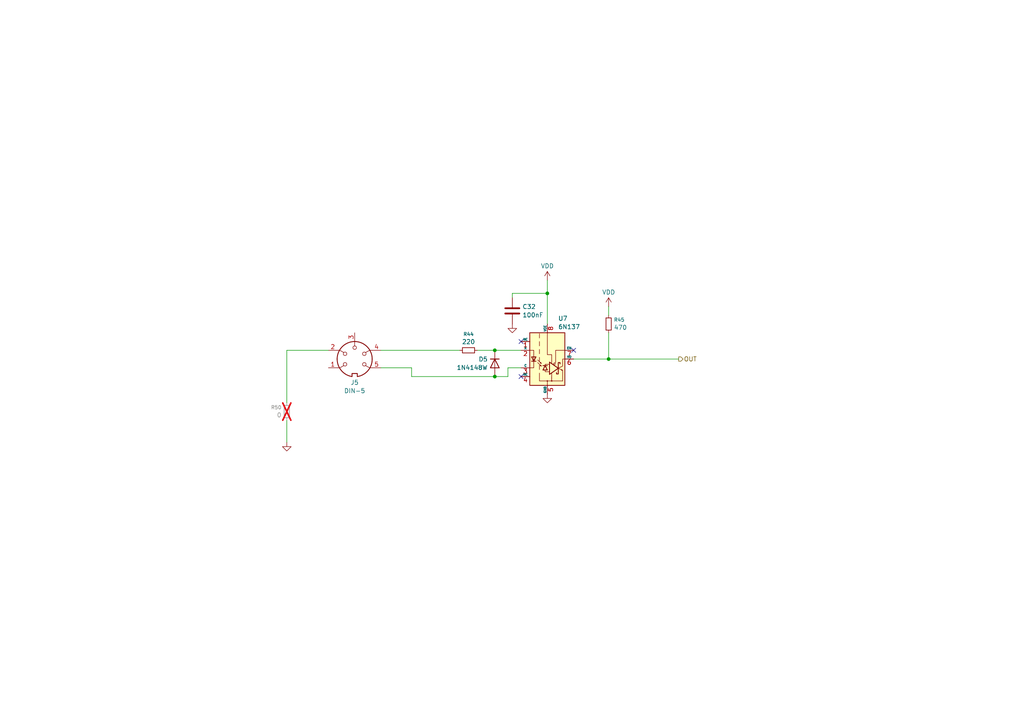
<source format=kicad_sch>
(kicad_sch (version 20250114) (generator "eeschema") (generator_version "9.0")
  (paper "A4")
  (lib_symbols
    (symbol "Connector:DIN-5" (pin_names (offset 1.016))
      (property "Reference" "J" (at 3.175 5.715 0))
      (property "Value" "DIN-5" (at 0 -6.35 0))
      (symbol "DIN-5_0_1"
        (polyline (pts (xy -5.08 2.54) (xy -4.318 2.54) (xy -3.175 1.905)))
        (polyline (pts (xy -5.08 -2.54) (xy -4.318 -2.54) (xy -3.175 -1.905)))
        (circle (center -2.794 1.524) (radius 0.508))
        (circle (center -2.794 -1.524) (radius 0.508))
        (polyline (pts (xy -0.762 -4.953) (xy -0.762 -4.191) (xy 0.762 -4.191) (xy 0.762 -4.953)) (stroke (width 0.254)))
        (arc (start 5.08 0) (mid 3.8673 -3.3444) (end 0.762 -5.08) (stroke (width 0.254)))
        (polyline (pts (xy 0 5.08) (xy 0 3.81)))
        (circle (center 0 3.302) (radius 0.508))
        (arc (start -5.08 0) (mid 0 5.0579) (end 5.08 0) (stroke (width 0.254)))
        (arc (start -0.762 -5.08) (mid -3.8597 -3.3379) (end -5.08 0) (stroke (width 0.254)))
        (circle (center 2.794 1.524) (radius 0.508))
        (circle (center 2.794 -1.524) (radius 0.508))
        (polyline (pts (xy 5.08 2.54) (xy 4.318 2.54) (xy 3.175 1.905)))
        (polyline (pts (xy 5.08 -2.54) (xy 4.318 -2.54) (xy 3.175 -1.905)))
      )
      (symbol "DIN-5_1_1"
        (pin passive line (at -7.62 2.54 0) (length 2.54) (name "~") (number "2"))
        (pin passive line (at -7.62 -2.54 0) (length 2.54) (name "~") (number "1"))
        (pin passive line (at 0 7.62 270) (length 2.54) (name "~") (number "3"))
        (pin passive line (at 7.62 2.54 180) (length 2.54) (name "~") (number "4"))
        (pin passive line (at 7.62 -2.54 180) (length 2.54) (name "~") (number "5"))
      )
    )
    (symbol "Device:C" (pin_numbers (hide yes)) (pin_names (offset 0.254))
      (property "Reference" "C" (at 0.635 2.54 0))
      (property "Value" "C" (at 0.635 -2.54 0))
      (symbol "C_0_1"
        (polyline (pts (xy -2.032 0.762) (xy 2.032 0.762)) (stroke (width 0.508)))
        (polyline (pts (xy -2.032 -0.762) (xy 2.032 -0.762)) (stroke (width 0.508)))
      )
      (symbol "C_1_1"
        (pin passive line (at 0 3.81 270) (length 2.794) (name "~") (number "1"))
        (pin passive line (at 0 -3.81 90) (length 2.794) (name "~") (number "2"))
      )
    )
    (symbol "Device:R_Small" (pin_numbers (hide yes)) (pin_names (offset 0.254) (hide yes))
      (property "Reference" "R" (at 0 0 90))
      (property "Value" "R_Small" (at 1.778 0 90))
      (symbol "R_Small_0_1"
        (rectangle (start -0.762 1.778) (end 0.762 -1.778) (stroke (width 0.2032)))
      )
      (symbol "R_Small_1_1"
        (pin passive line (at 0 2.54 270) (length 0.762) (name "~") (number "1"))
        (pin passive line (at 0 -2.54 90) (length 0.762) (name "~") (number "2"))
      )
    )
    (symbol "Diode:1N4148W" (pin_numbers (hide yes)) (pin_names (hide yes))
      (property "Reference" "D" (at 0 2.54 0))
      (property "Value" "1N4148W" (at 0 -2.54 0))
      (symbol "1N4148W_0_1"
        (polyline (pts (xy -1.27 1.27) (xy -1.27 -1.27)) (stroke (width 0.254)))
        (polyline (pts (xy 1.27 1.27) (xy 1.27 -1.27) (xy -1.27 0) (xy 1.27 1.27)) (stroke (width 0.254)))
        (polyline (pts (xy 1.27 0) (xy -1.27 0)))
      )
      (symbol "1N4148W_1_1"
        (pin passive line (at -3.81 0 0) (length 2.54) (name "K") (number "1"))
        (pin passive line (at 3.81 0 180) (length 2.54) (name "A") (number "2"))
      )
    )
    (symbol "Isolator:6N137" (pin_names (offset 0))
      (property "Reference" "U" (at -4.064 8.89 0))
      (property "Value" "6N137" (at 0 -8.89 0))
      (symbol "6N137_0_1"
        (polyline (pts (xy -5.08 -2.54) (xy -3.937 -2.54) (xy -3.937 2.54) (xy -5.08 2.54)))
        (polyline (pts (xy -2.794 -0.254) (xy -1.717 -1.331) (xy -2.076 -1.152) (xy -1.896 -0.972) (xy -1.717 -1.331)))
        (polyline (pts (xy -2.794 -1.016) (xy -1.717 -2.093) (xy -2.076 -1.914) (xy -1.896 -1.734) (xy -1.717 -2.093)))
        (polyline (pts (xy 0 -6.35) (xy -2.286 -6.35) (xy -2.286 -4.064)))
        (polyline (pts (xy 1.27 -5.08) (xy 1.27 -6.35) (xy 0 -6.35) (xy 0 -7.62)))
        (polyline (pts (xy 3.175 -2.667) (xy 0.635 -4.445) (xy 0.635 -0.889) (xy 3.175 -2.667)) (stroke (width 0.254)))
      )
      (symbol "6N137_1_1"
        (rectangle (start -5.08 7.62) (end 5.08 -7.62) (stroke (width 0.254)) (fill (type background)))
        (polyline (pts (xy -4.572 -0.635) (xy -3.302 -0.635)) (stroke (width 0.254)))
        (polyline (pts (xy -3.937 -0.635) (xy -4.572 0.635) (xy -3.302 0.635) (xy -3.937 -0.635)) (stroke (width 0.254)))
        (polyline (pts (xy -2.286 7.366) (xy -2.286 6.096)))
        (polyline (pts (xy -2.286 5.08) (xy -2.286 3.81)))
        (polyline (pts (xy -2.286 2.794) (xy -2.286 1.524)))
        (polyline (pts (xy -2.286 0.508) (xy -2.286 -0.762)))
        (polyline (pts (xy -2.286 -1.778) (xy -2.286 -3.048)))
        (polyline (pts (xy -1.27 -1.905) (xy 0 -1.905)) (stroke (width 0.254)))
        (polyline (pts (xy -0.635 -1.905) (xy -0.635 -1.524) (xy 0.508 -1.524)))
        (polyline (pts (xy -0.635 -1.905) (xy -1.27 -3.175) (xy 0 -3.175) (xy -0.635 -1.905)) (stroke (width 0.254)))
        (polyline (pts (xy -0.635 -3.302) (xy -0.635 -3.683) (xy 0.635 -3.683)))
        (circle (center 0 -6.35) (radius 0.127) (fill (type outline)))
        (polyline (pts (xy 1.27 -1.27) (xy 1.27 1.27) (xy 0 1.27) (xy 0 7.62)))
        (polyline (pts (xy 1.27 -4.064) (xy 1.27 -6.35) (xy 4.445 -6.35)))
        (circle (center 1.27 -6.35) (radius 0.127) (fill (type outline)))
        (circle (center 2.032 -1.397) (radius 0.254))
        (polyline (pts (xy 2.1844 -1.1684) (xy 2.413 -0.889) (xy 2.413 2.54) (xy 5.08 2.54)))
        (polyline (pts (xy 3.175 -2.667) (xy 4.445 -3.302) (xy 4.445 -6.35)))
        (polyline (pts (xy 3.175 -2.667) (xy 3.175 -1.016) (xy 3.683 -1.016) (xy 3.683 -1.397)) (stroke (width 0.254)))
        (polyline (pts (xy 3.175 -2.667) (xy 3.175 -4.318) (xy 2.667 -4.318) (xy 2.667 -3.937)) (stroke (width 0.254)))
        (polyline (pts (xy 3.175 -2.667) (xy 4.445 -2.032) (xy 4.445 0) (xy 5.08 0)))
        (polyline (pts (xy 4.445 -3.302) (xy 4.161 -3.018) (xy 4.047 -3.246) (xy 4.445 -3.302)) (stroke (width 0.127)) (fill (type outline)))
        (pin passive line (at -7.62 5.08 0) (length 2.54) (name "NC") (number "1"))
        (pin passive line (at -7.62 2.54 0) (length 2.54) (name "A") (number "2"))
        (pin passive line (at -7.62 -2.54 0) (length 2.54) (name "C") (number "3"))
        (pin passive line (at -7.62 -5.08 0) (length 2.54) (name "NC") (number "4"))
        (pin power_in line (at 0 10.16 270) (length 2.54) (name "VCC") (number "8"))
        (pin power_in line (at 0 -10.16 90) (length 2.54) (name "GND") (number "5"))
        (pin input line (at 7.62 2.54 180) (length 2.54) (name "EN") (number "7"))
        (pin open_collector line (at 7.62 0 180) (length 2.54) (name "VO") (number "6"))
      )
    )
    (symbol "power:GND" (power) (pin_numbers (hide yes)) (pin_names (offset 0) (hide yes))
      (property "Value" "GND" (at 0 -3.81 0))
      (symbol "GND_0_1"
        (polyline (pts (xy 0 0) (xy 0 -1.27) (xy 1.27 -1.27) (xy 0 -2.54) (xy -1.27 -1.27) (xy 0 -1.27)))
      )
      (symbol "GND_1_1"
        (pin power_in line (at 0 0 270) (length 0) (name "~") (number "1"))
      )
    )
    (symbol "power:VDD" (power) (pin_numbers (hide yes)) (pin_names (offset 0) (hide yes))
      (property "Value" "VDD" (at 0 3.556 0))
      (symbol "VDD_0_1"
        (polyline (pts (xy -0.762 1.27) (xy 0 2.54)))
        (polyline (pts (xy 0 2.54) (xy 0.762 1.27)))
        (polyline (pts (xy 0 0) (xy 0 2.54)))
      )
      (symbol "VDD_1_1"
        (pin power_in line (at 0 0 90) (length 0) (name "~") (number "1"))
      )
    )
  )
  (junction (at 158.75 85.09))
  (junction (at 143.51 101.6))
  (junction (at 176.53 104.14))
  (junction (at 143.51 109.22))
  (no_connect (at 151.13 109.22))
  (no_connect (at 166.37 101.6))
  (no_connect (at 151.13 99.06))
  (wire (pts (xy 176.53 104.14) (xy 196.85 104.14)))
  (wire (pts (xy 119.38 109.22) (xy 119.38 106.68)))
  (wire (pts (xy 148.59 85.09) (xy 158.75 85.09)))
  (wire (pts (xy 176.53 104.14) (xy 176.53 96.52)))
  (wire (pts (xy 147.32 109.22) (xy 143.51 109.22)))
  (wire (pts (xy 83.185 121.92) (xy 83.185 128.27)))
  (wire (pts (xy 119.38 109.22) (xy 143.51 109.22)))
  (wire (pts (xy 83.185 101.6) (xy 95.25 101.6)))
  (wire (pts (xy 110.49 101.6) (xy 133.35 101.6)))
  (wire (pts (xy 158.75 81.28) (xy 158.75 85.09)))
  (wire (pts (xy 148.59 86.36) (xy 148.59 85.09)))
  (wire (pts (xy 151.13 106.68) (xy 147.32 106.68)))
  (wire (pts (xy 166.37 104.14) (xy 176.53 104.14)))
  (wire (pts (xy 147.32 106.68) (xy 147.32 109.22)))
  (wire (pts (xy 83.185 101.6) (xy 83.185 116.84)))
  (wire (pts (xy 119.38 106.68) (xy 110.49 106.68)))
  (wire (pts (xy 143.51 101.6) (xy 151.13 101.6)))
  (wire (pts (xy 176.53 88.9) (xy 176.53 91.44)))
  (wire (pts (xy 138.43 101.6) (xy 143.51 101.6)))
  (wire (pts (xy 158.75 85.09) (xy 158.75 93.98)))
  (hierarchical_label "OUT" (shape output) (at 196.85 104.14 0))
  (symbol (lib_id "Device:C") (at 148.59 90.17 0) (unit 1)
    (property "Reference" "C32" (at 151.511 88.9578 0) (effects (justify left)))
    (property "Value" "100nF" (at 151.511 91.3821 0) (effects (justify left)))
    (property "Footprint" "Capacitor_SMD:C_0603_1608Metric" (effects (hide yes)))
    (property "Description" "Unpolarized capacitor" (effects (hide yes)))
    (property "PN" "CC0603KRX7R9BB104" (effects (hide yes)))
    (property "LCSC Part #" "C14663" (effects (hide yes)))
  )
  (symbol (lib_id "power:GND") (at 83.185 128.27 0) (mirror y) (unit 1)
    (property "Reference" "#PWR049" (effects (hide yes)))
    (property "Value" "GND" (effects (hide yes)))
    (property "Description" "Power symbol creates a global label with name \"GND\" , ground" (effects (hide yes)))
  )
  (symbol (lib_id "power:VDD") (at 176.53 88.9 0) (unit 1)
    (property "Reference" "#PWR053" (effects (hide yes)))
    (property "Value" "VDD" (at 176.53 84.7669 0))
    (property "Description" "Power symbol creates a global label with name \"VDD\"" (effects (hide yes)))
  )
  (symbol (lib_id "Diode:1N4148W") (at 143.51 105.41 270) (unit 1)
    (property "Reference" "D5" (at 141.478 104.1978 90) (effects (justify right)))
    (property "Value" "1N4148W" (at 141.478 106.6221 90) (effects (justify right)))
    (property "Footprint" "Diode_SMD:D_SOD-123" (effects (hide yes)))
    (property "Datasheet" "https://www.vishay.com/docs/85748/1n4148w.pdf" (effects (hide yes)))
    (property "Description" "75V 0.15A Fast Switching Diode, SOD-123" (effects (hide yes)))
    (property "Sim.Device" "D" (effects (hide yes)))
    (property "Sim.Pins" "1=K 2=A" (effects (hide yes)))
    (property "PN" "1N4148W" (effects (hide yes)))
    (property "LCSC Part #" "C81598" (effects (hide yes)))
  )
  (symbol (lib_id "power:VDD") (at 158.75 81.28 0) (unit 1)
    (property "Reference" "#PWR051" (effects (hide yes)))
    (property "Value" "VDD" (at 158.75 77.1469 0))
    (property "Description" "Power symbol creates a global label with name \"VDD\"" (effects (hide yes)))
  )
  (symbol (lib_id "Isolator:6N137") (at 158.75 104.14 0) (unit 1)
    (property "Reference" "U7" (at 161.8681 92.3755 0) (effects (justify left)))
    (property "Value" "6N137" (at 161.8681 94.7998 0) (effects (justify left)))
    (property "Footprint" "Package_DIP:DIP-8_W7.62mm" (effects (hide yes)))
    (property "Datasheet" "https://docs.broadcom.com/docs/AV02-0940EN" (effects (hide yes)))
    (property "Description" "Single High Speed LSTTL/TTL Compatible Optocoupler with enable, dV/dt 1000/us, VCM 10, max 7V VCC, DIP-8" (effects (hide yes)))
    (property "PN" "160-1791-ND" (effects (hide yes)))
  )
  (symbol (lib_id "Device:R_Small") (at 83.185 119.38 0) (mirror x) (unit 1) (dnp yes)
    (property "Reference" "R50" (at 81.6864 118.1678 0) (effects (font (size 1.016 1.016)) (justify right)))
    (property "Value" "0" (at 81.6864 120.3877 0) (effects (justify right)))
    (property "Footprint" "Resistor_SMD:R_0603_1608Metric" (effects (hide yes)))
    (property "Description" "Resistor, small symbol" (effects (hide yes)))
    (property "PN" "CRCW06030000Z0EA" (effects (hide yes)))
    (property "LCSC Part #" "C21189" (effects (hide yes)))
  )
  (symbol (lib_id "power:GND") (at 158.75 114.3 0) (unit 1)
    (property "Reference" "#PWR052" (effects (hide yes)))
    (property "Value" "GND" (effects (hide yes)))
    (property "Description" "Power symbol creates a global label with name \"GND\" , ground" (effects (hide yes)))
  )
  (symbol (lib_id "Device:R_Small") (at 176.53 93.98 0) (unit 1)
    (property "Reference" "R45" (at 178.0286 92.7678 0) (effects (font (size 1.016 1.016)) (justify left)))
    (property "Value" "470" (at 178.0286 94.9877 0) (effects (justify left)))
    (property "Footprint" "Resistor_SMD:R_0603_1608Metric" (effects (hide yes)))
    (property "Description" "Resistor, small symbol" (effects (hide yes)))
    (property "PN" "CRCW0603470RFKEA" (effects (hide yes)))
    (property "LCSC Part #" "C23179" (effects (hide yes)))
  )
  (symbol (lib_id "power:GND") (at 148.59 93.98 0) (unit 1)
    (property "Reference" "#PWR050" (effects (hide yes)))
    (property "Value" "GND" (effects (hide yes)))
    (property "Description" "Power symbol creates a global label with name \"GND\" , ground" (effects (hide yes)))
  )
  (symbol (lib_id "Connector:DIN-5") (at 102.87 104.14 0) (unit 1)
    (property "Reference" "J5" (at 102.87 110.94 0))
    (property "Value" "DIN-5" (at 102.87 113.3643 0))
    (property "Footprint" "eth68:KCDX-5S-S2" (effects (hide yes)))
    (property "Datasheet" "http://www.mouser.com/ds/2/18/40_c091_abd_e-75918.pdf" (effects (hide yes)))
    (property "Description" "5-pin DIN connector" (effects (hide yes)))
  )
  (symbol (lib_id "Device:R_Small") (at 135.89 101.6 270) (unit 1)
    (property "Reference" "R44" (at 135.89 96.9233 90) (effects (font (size 1.016 1.016))))
    (property "Value" "220" (at 135.89 99.1432 90))
    (property "Footprint" "Resistor_SMD:R_0603_1608Metric" (effects (hide yes)))
    (property "Description" "Resistor, small symbol" (effects (hide yes)))
    (property "PN" "CRCW0603220RFKEA" (effects (hide yes)))
    (property "LCSC Part #" "C22962" (effects (hide yes)))
  )
)
</source>
